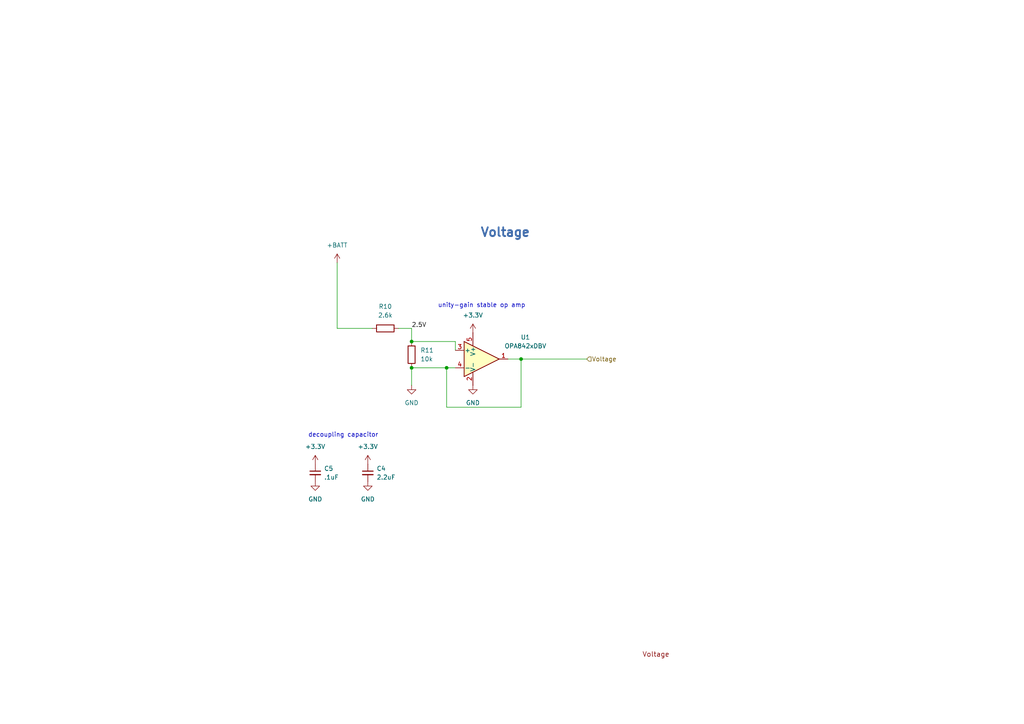
<source format=kicad_sch>
(kicad_sch (version 20231120) (generator "eeschema") (generator_version "8.0")
  (paper "A4")
  (lib_symbols
    (symbol "Amplifier_Operational:OPA842xDBV" (pin_names (offset 0.127))
      (property "Reference" "U" (at -1.27 6.35 0))
      (property "Value" "OPA842xDBV" (at -1.27 3.81 0))
      (symbol "OPA842xDBV_0_1"
        (polyline (pts (xy -5.08 5.08) (xy 5.08 0) (xy -5.08 -5.08) (xy -5.08 5.08)) (stroke (width 0.254)) (fill (type background)))
        (pin power_in line (at -2.54 -7.62 90) (length 3.81) (name "V-") (number "2"))
        (pin power_in line (at -2.54 7.62 270) (length 3.81) (name "V+") (number "5"))
      )
      (symbol "OPA842xDBV_1_1"
        (pin output line (at 7.62 0 180) (length 2.54) (name "~") (number "1"))
        (pin input line (at -7.62 2.54 0) (length 2.54) (name "+") (number "3"))
        (pin input line (at -7.62 -2.54 0) (length 2.54) (name "-") (number "4"))
      )
    )
    (symbol "Device:C_Small" (pin_numbers hide) (pin_names (offset 0.254) hide)
      (property "Reference" "C" (at 0.254 1.778 0))
      (property "Value" "C_Small" (at 0.254 -2.032 0))
      (symbol "C_Small_0_1"
        (polyline (pts (xy -1.524 -0.508) (xy 1.524 -0.508)) (stroke (width 0.3302)))
        (polyline (pts (xy -1.524 0.508) (xy 1.524 0.508)) (stroke (width 0.3048)))
      )
      (symbol "C_Small_1_1"
        (pin passive line (at 0 2.54 270) (length 2.032) (name "~") (number "1"))
        (pin passive line (at 0 -2.54 90) (length 2.032) (name "~") (number "2"))
      )
    )
    (symbol "Device:R" (pin_numbers hide) (pin_names (offset 0))
      (property "Reference" "R" (at 2.032 0 90))
      (property "Value" "R" (at 0 0 90))
      (symbol "R_0_1"
        (rectangle (start -1.016 -2.54) (end 1.016 2.54) (stroke (width 0.254)))
      )
      (symbol "R_1_1"
        (pin passive line (at 0 3.81 270) (length 1.27) (name "~") (number "1"))
        (pin passive line (at 0 -3.81 90) (length 1.27) (name "~") (number "2"))
      )
    )
    (symbol "power:+3.3V" (power) (pin_numbers hide) (pin_names (offset 0) hide)
      (property "Value" "+3.3V" (at 0 3.556 0))
      (symbol "+3.3V_0_1"
        (polyline (pts (xy -0.762 1.27) (xy 0 2.54)))
        (polyline (pts (xy 0 0) (xy 0 2.54)))
        (polyline (pts (xy 0 2.54) (xy 0.762 1.27)))
      )
      (symbol "+3.3V_1_1"
        (pin power_in line (at 0 0 90) (length 0) (name "~") (number "1"))
      )
    )
    (symbol "power:+BATT" (power) (pin_numbers hide) (pin_names (offset 0) hide)
      (property "Value" "+BATT" (at 0 3.556 0))
      (symbol "+BATT_0_1"
        (polyline (pts (xy -0.762 1.27) (xy 0 2.54)))
        (polyline (pts (xy 0 0) (xy 0 2.54)))
        (polyline (pts (xy 0 2.54) (xy 0.762 1.27)))
      )
      (symbol "+BATT_1_1"
        (pin power_in line (at 0 0 90) (length 0) (name "~") (number "1"))
      )
    )
    (symbol "power:GND" (power) (pin_numbers hide) (pin_names (offset 0) hide)
      (property "Value" "GND" (at 0 -3.81 0))
      (symbol "GND_0_1"
        (polyline (pts (xy 0 0) (xy 0 -1.27) (xy 1.27 -1.27) (xy 0 -2.54) (xy -1.27 -1.27) (xy 0 -1.27)))
      )
      (symbol "GND_1_1"
        (pin power_in line (at 0 0 270) (length 0) (name "~") (number "1"))
      )
    )
  )
  (junction (at 151.13 104.14))
  (junction (at 119.38 99.06))
  (junction (at 119.38 106.68))
  (junction (at 129.54 106.68))
  (wire (pts (xy 119.38 95.25) (xy 119.38 99.06)))
  (wire (pts (xy 119.38 106.68) (xy 119.38 111.76)))
  (wire (pts (xy 119.38 106.68) (xy 129.54 106.68)))
  (wire (pts (xy 151.13 104.14) (xy 170.18 104.14)))
  (wire (pts (xy 129.54 118.11) (xy 151.13 118.11)))
  (wire (pts (xy 129.54 106.68) (xy 129.54 118.11)))
  (wire (pts (xy 97.79 95.25) (xy 107.95 95.25)))
  (wire (pts (xy 151.13 118.11) (xy 151.13 104.14)))
  (wire (pts (xy 115.57 95.25) (xy 119.38 95.25)))
  (wire (pts (xy 132.08 99.06) (xy 132.08 101.6)))
  (wire (pts (xy 97.79 76.2) (xy 97.79 95.25)))
  (wire (pts (xy 151.13 104.14) (xy 147.32 104.14)))
  (wire (pts (xy 119.38 99.06) (xy 132.08 99.06)))
  (wire (pts (xy 129.54 106.68) (xy 132.08 106.68)))
  (text "unity-gain stable op amp" (at 139.7 88.646 0) (effects (font (size 1.27 1.27) (thickness 0.1588))))
  (text "Voltage" (at 146.558 67.564 0) (effects (font (size 2.54 2.54) (thickness 0.508) (bold yes))))
  (text "Voltage" (at 190.246 189.992 0) (effects (font (size 1.397 1.397))))
  (text "decoupling capacitor" (at 99.568 126.238 0) (effects (font (size 1.27 1.27) (thickness 0.1588))))
  (label "2.5V" (at 119.38 95.25 0))
  (hierarchical_label "Voltage" (shape input) (at 170.18 104.14 0))
  (symbol (lib_id "Device:C_Small") (at 91.44 137.16 0) (unit 1)
    (property "Reference" "C5" (at 93.98 135.8962 0) (effects (justify left)))
    (property "Value" ".1uF" (at 93.98 138.4362 0) (effects (justify left)))
    (property "Description" "Unpolarized capacitor, small symbol" (effects (hide yes)))
  )
  (symbol (lib_id "Device:R") (at 111.76 95.25 270) (unit 1)
    (property "Reference" "R10" (at 111.76 88.9 90))
    (property "Value" "2.6k" (at 111.76 91.44 90))
    (property "Description" "Resistor" (effects (hide yes)))
  )
  (symbol (lib_id "power:GND") (at 137.16 111.76 0) (unit 1)
    (property "Reference" "#PWR05" (effects (hide yes)))
    (property "Value" "GND" (at 137.16 116.84 0))
    (property "Description" "Power symbol creates a global label with name \"GND\" , ground" (effects (hide yes)))
  )
  (symbol (lib_id "power:GND") (at 91.44 139.7 0) (unit 1)
    (property "Reference" "#PWR013" (effects (hide yes)))
    (property "Value" "GND" (at 91.44 144.78 0))
    (property "Description" "Power symbol creates a global label with name \"GND\" , ground" (effects (hide yes)))
  )
  (symbol (lib_id "Amplifier_Operational:OPA842xDBV") (at 139.7 104.14 0) (unit 1)
    (property "Reference" "U1" (at 152.4 97.8214 0))
    (property "Value" "OPA842xDBV" (at 152.4 100.3614 0))
    (property "Footprint" "Package_TO_SOT_SMD:SOT-23-5" (effects (hide yes)))
    (property "Datasheet" "http://www.ti.com/lit/ds/symlink/opa842.pdf" (effects (hide yes)))
    (property "Description" "200MHz, Low Distortion, Unity-Gain Stable, Voltage Feedback Operational Amplifier, SOT23-5" (effects (hide yes)))
  )
  (symbol (lib_id "power:+BATT") (at 97.79 76.2 0) (unit 1)
    (property "Reference" "#PWR07" (effects (hide yes)))
    (property "Value" "+BATT" (at 97.79 71.12 0))
    (property "Description" "Power symbol creates a global label with name \"+BATT\"" (effects (hide yes)))
  )
  (symbol (lib_id "power:+3.3V") (at 106.68 134.62 0) (unit 1)
    (property "Reference" "#PWR014" (effects (hide yes)))
    (property "Value" "+3.3V" (at 106.68 129.54 0))
    (property "Description" "Power symbol creates a global label with name \"+3.3V\"" (effects (hide yes)))
  )
  (symbol (lib_id "power:+3.3V") (at 137.16 96.52 0) (unit 1)
    (property "Reference" "#PWR04" (effects (hide yes)))
    (property "Value" "+3.3V" (at 137.16 91.44 0))
    (property "Description" "Power symbol creates a global label with name \"+3.3V\"" (effects (hide yes)))
  )
  (symbol (lib_id "power:GND") (at 119.38 111.76 0) (unit 1)
    (property "Reference" "#PWR09" (effects (hide yes)))
    (property "Value" "GND" (at 119.38 116.84 0))
    (property "Description" "Power symbol creates a global label with name \"GND\" , ground" (effects (hide yes)))
  )
  (symbol (lib_id "power:+3.3V") (at 91.44 134.62 0) (unit 1)
    (property "Reference" "#PWR06" (effects (hide yes)))
    (property "Value" "+3.3V" (at 91.44 129.54 0))
    (property "Description" "Power symbol creates a global label with name \"+3.3V\"" (effects (hide yes)))
  )
  (symbol (lib_id "power:GND") (at 106.68 139.7 0) (unit 1)
    (property "Reference" "#PWR015" (effects (hide yes)))
    (property "Value" "GND" (at 106.68 144.78 0))
    (property "Description" "Power symbol creates a global label with name \"GND\" , ground" (effects (hide yes)))
  )
  (symbol (lib_id "Device:R") (at 119.38 102.87 0) (unit 1)
    (property "Reference" "R11" (at 121.92 101.5999 0) (effects (justify left)))
    (property "Value" "10k" (at 121.92 104.1399 0) (effects (justify left)))
    (property "Description" "Resistor" (effects (hide yes)))
  )
  (symbol (lib_id "Device:C_Small") (at 106.68 137.16 0) (unit 1)
    (property "Reference" "C4" (at 109.22 135.8962 0) (effects (justify left)))
    (property "Value" "2.2uF" (at 109.22 138.4362 0) (effects (justify left)))
    (property "Description" "Unpolarized capacitor, small symbol" (effects (hide yes)))
  )
)
</source>
